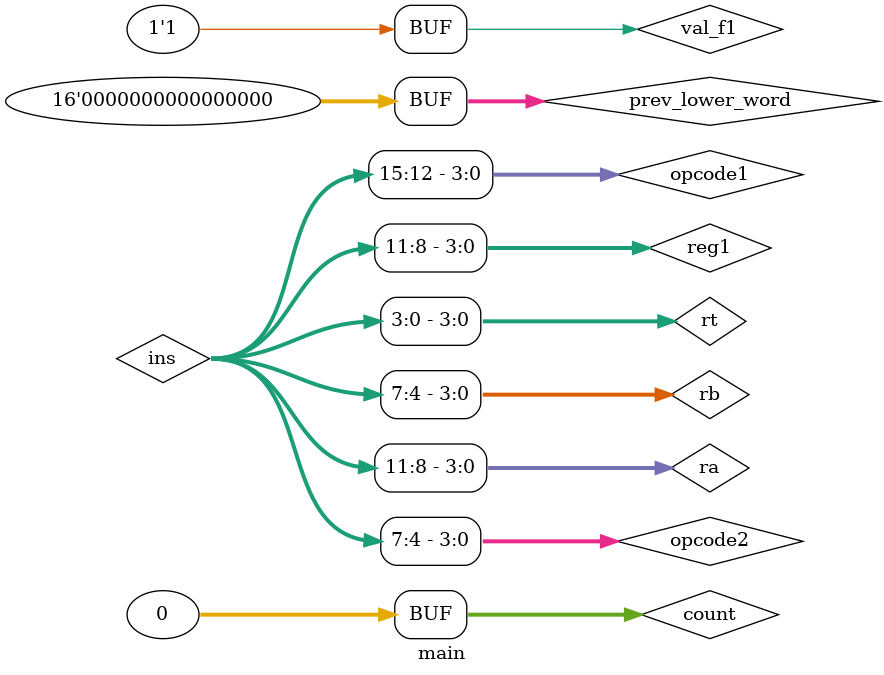
<source format=v>
`timescale 1ps/1ps
module main();
    initial begin
        $dumpfile("cpu.vcd");
        $dumpvars(0,main);
    end

    reg [31:0] count = 0;
    wire clk;
    clock c0(clk);
    wire halt = wb_halt && val_wb;
    counter counter(halt, clk);
    reg [15:0] pc = 16'h0000;
    reg [15:0] ins_lower_word = 0;
    reg finish_stall = 0;
    wire [15:0] ins = last_stall ? ins :
                        finish_stall ? (pc[0] == 1 ? {prev_fetched_ins[7:0], ins_lower_word[15:8]} : prev_fetched_ins) : 
                        (pc[0] == 1 ? {ins_raw[7:0], ins_lower_word[15:8]} : ins_raw);
    wire [15:0] ins_raw;
    reg [15:0] prev_fetched_ins = 0;
    wire branch;
    wire flush;
    wire stall;

    reg val_f1 = 1;
    reg val_f2 = 0;
    reg val_d = 0;
    reg val_e1 = 0;
    reg val_e2 = 0;
    reg val_wb = 0;
    reg[15:0] prev_pc = 0;
    reg[15:0] prev_lower_word = 0;
    reg[15:0] f2_pc = 0;
    reg[15:0] d_pc = 0;
    reg[15:0] e1_pc = 0;
    reg[15:0] e2_pc = 0;
    reg[15:0] wb_pc = 0;

    reg f1_hijack = 0;
    reg f2_hijack = 0;
    reg last_stall = 0;
    reg last_last_stall = 0;

    always @(posedge clk) begin
        prev_pc <= pc;
        val_f2 <= stall ? val_f2 : val_f1 && !(branch || flush);
        val_d <= stall ? val_d : val_f2 && !(branch || flush);
        val_e1 <= (val_e1 && misaligned_st ? 1 : val_e1 && misaligned_ld ? 1 : stall ? 0 : val_d ) && !(branch || flush);
        val_e2 <= (val_e1 && misaligned_ld ? 0 : val_e1) && !(branch || flush);
        val_wb <= val_e2 && !(branch || flush);

        f2_pc <= stall ? f2_pc : pc;
        d_pc <= stall ? d_pc : f2_pc;
        e1_pc <= d_pc;
        e2_pc <= e1_pc;
        wb_pc <= e2_pc;

        f1_hijack <= jump_misaligned;
        f2_hijack <= f1_hijack;
        ins_lower_word <= f2_hijack ? mem_read_raw : ins_raw;
        prev_fetched_ins <= ins_raw;
        last_stall <= stall;
        last_last_stall <= last_stall;
        finish_stall <= (prev_pc == pc);
    end

// --------------- decode
    wire[3:0] opcode1 = ins[15:12];
    wire[3:0] opcode2 = ins[7:4];
    wire[3:0] ra = ins[11:8];
    wire[3:0] rb = ins[7:4];
    wire[3:0] rt = ins[3:0];
    wire[3:0] reg1 = ra;
    wire[3:0] reg2 = (opcode1 == 4'b0000) ? rb : rt;
    //encode which instruction using numbers
    wire[15:0] op = (opcode1 == 4'b0000) ? 0: // sub
            (opcode1 == 4'b1000) ? 1: // movl
            (opcode1 == 4'b1001) ? 2: // movh
            (opcode1 == 4'b1110 && opcode2 == 4'b0000) ? 3: // jz
            (opcode1 == 4'b1110 && opcode2 == 4'b0001) ? 4: // jnz
            (opcode1 == 4'b1110 && opcode2 == 4'b0010) ? 5: // js
            (opcode1 == 4'b1110 && opcode2 == 4'b0011) ? 6: // jns
            (opcode1 == 4'b1111 && opcode2 == 4'b0000) ? 7: // ld
            (opcode1 == 4'b1111 && opcode2 == 4'b0001) ? 8: // st
            9;

    wire load_hazard = val_d && val_e1 && (e1_op == 7 ? (op == 7 && ra == e1_rt_adr) : 0);
    assign stall = !(branch || flush) && (!(last_stall) && load_hazard || misaligned_ld || misaligned_st); //get rid of last stall
    // decode->e1 registers
    reg[15:0] e1_op = 0;
    reg[3:0] e1_rt_adr = 0;
    reg[7:0] e1_imm = 0;
    reg[3:0] e1_reg1_adr = 0;
    reg[3:0] e1_reg2_adr = 0;

    always @(posedge clk) begin
        e1_op <=  misaligned_ld || misaligned_st ? e1_op : op; // Default case
        e1_rt_adr <= misaligned_ld || misaligned_st ? e1_rt_adr : rt;
        e1_reg1_adr <= misaligned_ld || misaligned_st ? e1_reg1_adr : reg1;
        e1_reg2_adr <= misaligned_ld || misaligned_st ? e1_reg2_adr : reg2;
        e1_imm <= misaligned_ld || misaligned_st ? e1_imm : ins[11:4];
    end

// --------------- e1
    wire[15:0] reg1_raw_out;
    wire[15:0] reg2_raw_out;
    // e1->e2 registers
    reg[15:0] e2_op = 0;
    reg[7:0] e2_imm = 0;
    reg[3:0] e2_rt_adr = 0;
    reg[3:0] e2_reg1_adr = 0;
    reg[3:0] e2_reg2_adr = 0;
    reg[15:0] e2_reg1_raw_val = 0;
    reg[15:0] e2_reg2_raw_val = 0;
    wire[15:0] forwarded_e1_val = e1_misaligned_ld || e1_misaligned_st ? misaligned_adr + 2 : (e1_reg1_adr == 0) ? 0 : val_e1 && val_e2 && e1_reg1_adr == e2_rt_adr ? e2_result : write_reg_en && (e1_reg1_adr == wb_rt_adr) ? write_val : reg1_raw_out;
    wire[15:0] mem_read_adr = forwarded_e1_val;
    wire misaligned_ld = val_e1 && e1_op == 7 && (forwarded_e1_val[0] == 1) && !e1_misaligned_ld; // misaligned load
    wire misaligned_st = val_e1 && e1_op == 8 && (forwarded_e1_val[0] == 1) && !e1_misaligned_st; // misaligned store

    reg e1_misaligned_ld = 0;
    reg e2_misaligned_ld = 0;
    reg wb_misaligned_ld = 0;

    reg e1_misaligned_st = 0;
    reg e2_misaligned_st = 0;
    reg wb_misaligned_st = 0;
    reg wb2_misaligned_st = 0;

    reg[15:0] misaligned_adr = 0;

    always @(posedge clk) begin
        misaligned_adr <= misaligned_ld || misaligned_st? forwarded_e1_val : 0;
        e1_misaligned_ld <= misaligned_ld;
        e2_misaligned_ld <= e1_misaligned_ld;
        wb_misaligned_ld <= e2_misaligned_ld;

        e1_misaligned_st <= misaligned_st;
        e2_misaligned_st <= misaligned_st;
        wb_misaligned_st <= e2_misaligned_st;
        wb2_misaligned_st <= wb_misaligned_st;

        e2_op <= e1_op;
        e2_imm <= e1_imm;
        e2_rt_adr <= e1_rt_adr;
        e2_reg1_adr <= e1_reg1_adr;
        e2_reg2_adr <= e1_reg2_adr;
        e2_reg1_raw_val <= forwarded_e1_val;
        e2_reg2_raw_val <= (e1_reg2_adr == 0) ? 0 :val_e1 && val_e2 && e1_reg2_adr == e2_rt_adr ? e2_result : write_reg_en && (e1_reg2_adr == wb_rt_adr) ? write_val : reg2_raw_out;
    end
// --------------- e2
    
    reg[15:0] wb_op = 0;
    reg[3:0] wb_rt_adr = 0;
    reg[15:0] wb_reg1_adr = 0;
    reg[15:0] wb_reg2_adr = 0;
    reg[15:0] wb_reg1_val = 0;
    reg[15:0] wb_reg2_val = 0;
    reg[15:0] wb_result = 0;
    reg wb_branch = 0;
    reg wb_halt = 0;

    wire mem_forwarded = (val_e2 && e2_op == 7) && write_mem_en && (e2_reg1_raw_val[15:1] == wb_reg1_val[15:1]);
    wire[15:0] mem_forward_val = mem_forwarded ? write_val : 0;
    reg wb_mem_forwarded = 0;
    reg[15:0] wb_mem_forward_val = 0;

    wire[15:0] reg1_out = (e2_reg1_adr == 0) ? 0 : write_reg_en && (e2_reg1_adr == wb_rt_adr) ? write_val : e2_reg1_raw_val;
    wire[15:0] reg2_out = (e2_reg2_adr == 0) ? 0 : write_reg_en && (e2_reg2_adr == wb_rt_adr) ? write_val : e2_reg2_raw_val;

    wire[15:0] e2_result = (e2_op == 0) ? $signed(reg1_out) - $signed(reg2_out) : // sub
            (e2_op == 1) ? {{8{e2_imm[7]}}, e2_imm} : // movl
            (e2_op == 2) ? {e2_imm, reg2_out[7:0]} : // movh
            (e2_op >= 3 && e2_op <= 8) ? reg2_out: // jz, jnz, js, jns, ld, st
            wb_result; // Default case

    always @(posedge clk) begin
        wb_op <= e2_op;
        wb_rt_adr <= e2_rt_adr;
        wb_reg1_adr <= e2_reg1_adr;
        wb_reg2_adr <= e2_reg2_adr;
        wb_reg1_val <= reg1_out;
        wb_reg2_val <= reg2_out;
        wb_mem_forwarded <= mem_forwarded;
        wb_mem_forward_val <= mem_forward_val;
        wb_result <= e2_result;
        wb_branch <= (e2_op == 3) ? $signed(reg1_out) == 0 :
            (e2_op == 4) ? $signed(reg1_out) != 0 :
            (e2_op == 5) ? $signed(reg1_out) < 0 :
            (e2_op == 6) ? $signed(reg1_out) >= 0 :
            0;
        wb_halt <= (e2_op > 8) ? 1 : 0;
    end
// --------------- writeback
    reg[15:0] mem_read_buffer = 0; // should contain the lower word of the misaligned load
    reg[15:0] mem_write_buffer = 0; // should contain the 
    wire[15:0] mem_read_raw; //tood: branch 2 cycels earlier
    // if misaligned store, the first half of the st instruction has the address in its wb_reg1_val (these contain address of the store), and the second half of the st instruction has the address + 2 in its wb_reg1_val 
    wire[15:0] mem_read = wb_mem_forwarded ? wb_mem_forward_val : mem_read_raw;
    wire[15:0] write_val = (wb_op == 8 && wb_misaligned_st) ? {wb_result[7:0], mem_read[7:0]} : //first part of misaligned store
     (wb_op == 8 && wb2_misaligned_st) ? {mem_read[15:8], wb_result[15:8]} :
     (wb_op == 7) ? (wb_misaligned_ld ? {mem_read[7:0], mem_read_buffer[15:8]} : mem_read) :
      wb_result;
    wire write_reg_en = val_wb && (wb_op == 0 || wb_op == 1 || wb_op == 2 || wb_op == 7);
    wire write_mem_en = val_wb && wb_op == 8;
    assign branch = val_wb && wb_branch;
    wire self_modifying = (f2_pc == wb_reg1_val) || (d_pc == wb_reg1_val) || (e1_pc == wb_reg1_val) || (e2_pc == wb_reg1_val) ||(wb_pc == wb_reg1_val);
    assign flush = val_wb && ((write_mem_en && self_modifying));
    wire[15:0] jump_adr = branch ? wb_result : flush ? wb_pc + 2: pc + 2;
    wire jump_misaligned = val_wb && (flush || branch) && (jump_adr[0] == 1);
    always @(posedge clk) begin
        if (wb_rt_adr == 0 && write_reg_en && val_wb) begin
            $write("%c", write_val[7:0]);
        end
        pc <= flush ? wb_pc + 2 : branch ? wb_result : stall ? pc : pc + 2;
        mem_read_buffer <= mem_read;
        mem_write_buffer <= write_val; //the second half of the store
    end
    wire[14:0] pc_read_adr = pc[0] == 1 ? pc[15:1] + 1 : pc[15:1];
    // memory
    mem mem(clk,
         pc_read_adr,ins_raw, // fetch
         jump_misaligned?jump_adr[15:1]:mem_read_adr[15:1],mem_read_raw, // e1
         write_mem_en,wb_reg1_val[15:1],write_val); // wb
    // registers
    regs regs(clk,
        reg1,reg1_raw_out, // decode register reading
        reg2,reg2_raw_out, // decode register reading
        write_reg_en,wb_rt_adr,write_val); // writeback register writing
endmodule
</source>
